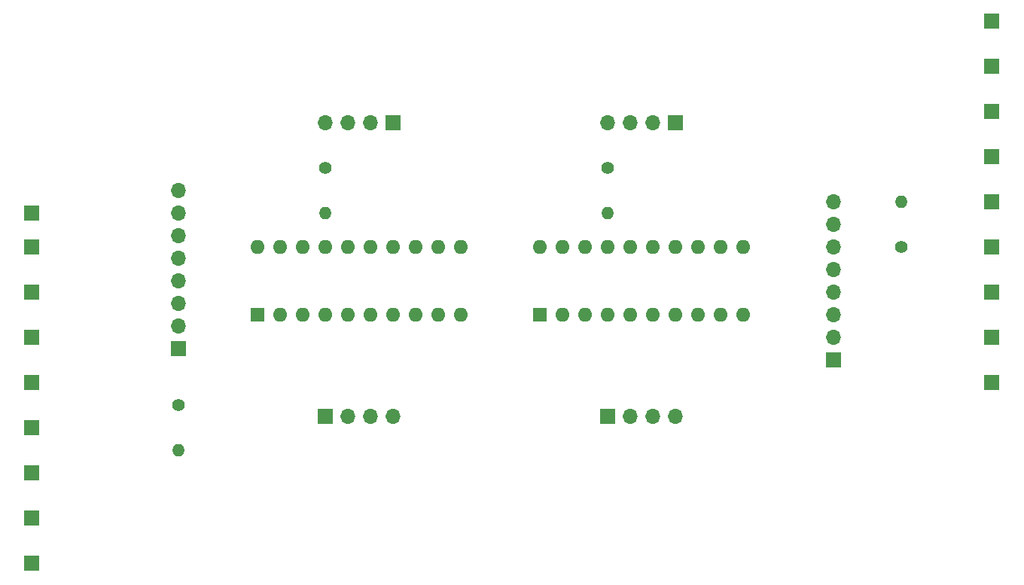
<source format=gbr>
%TF.GenerationSoftware,KiCad,Pcbnew,(5.1.10)-1*%
%TF.CreationDate,2021-11-06T15:24:40-06:00*%
%TF.ProjectId,12v_7-SegmentTriColor_LED_Breakout,3132765f-372d-4536-9567-6d656e745472,rev?*%
%TF.SameCoordinates,Original*%
%TF.FileFunction,Soldermask,Top*%
%TF.FilePolarity,Negative*%
%FSLAX46Y46*%
G04 Gerber Fmt 4.6, Leading zero omitted, Abs format (unit mm)*
G04 Created by KiCad (PCBNEW (5.1.10)-1) date 2021-11-06 15:24:40*
%MOMM*%
%LPD*%
G01*
G04 APERTURE LIST*
%ADD10O,1.700000X1.700000*%
%ADD11R,1.700000X1.700000*%
%ADD12O,1.400000X1.400000*%
%ADD13C,1.400000*%
%ADD14O,1.600000X1.600000*%
%ADD15R,1.600000X1.600000*%
G04 APERTURE END LIST*
D10*
%TO.C,In0*%
X96520000Y-76200000D03*
X96520000Y-78740000D03*
X96520000Y-81280000D03*
X96520000Y-83820000D03*
X96520000Y-86360000D03*
X96520000Y-88900000D03*
X96520000Y-91440000D03*
D11*
X96520000Y-93980000D03*
%TD*%
D12*
%TO.C,RedRes0*%
X96520000Y-105410000D03*
D13*
X96520000Y-100330000D03*
%TD*%
D11*
%TO.C,Red0*%
X80010000Y-78740000D03*
%TD*%
D12*
%TO.C,Res1*%
X177800000Y-77470000D03*
D13*
X177800000Y-82550000D03*
%TD*%
D14*
%TO.C,ShiftRegister0*%
X105410000Y-82550000D03*
X128270000Y-90170000D03*
X107950000Y-82550000D03*
X125730000Y-90170000D03*
X110490000Y-82550000D03*
X123190000Y-90170000D03*
X113030000Y-82550000D03*
X120650000Y-90170000D03*
X115570000Y-82550000D03*
X118110000Y-90170000D03*
X118110000Y-82550000D03*
X115570000Y-90170000D03*
X120650000Y-82550000D03*
X113030000Y-90170000D03*
X123190000Y-82550000D03*
X110490000Y-90170000D03*
X125730000Y-82550000D03*
X107950000Y-90170000D03*
X128270000Y-82550000D03*
D15*
X105410000Y-90170000D03*
%TD*%
D10*
%TO.C,SR_Pins3*%
X144780000Y-68580000D03*
X147320000Y-68580000D03*
X149860000Y-68580000D03*
D11*
X152400000Y-68580000D03*
%TD*%
D10*
%TO.C,SR_Pins2*%
X152400000Y-101600000D03*
X149860000Y-101600000D03*
X147320000Y-101600000D03*
D11*
X144780000Y-101600000D03*
%TD*%
D10*
%TO.C,SR_Pins1*%
X113030000Y-68580000D03*
X115570000Y-68580000D03*
X118110000Y-68580000D03*
D11*
X120650000Y-68580000D03*
%TD*%
D10*
%TO.C,SR_Pins0*%
X120650000Y-101600000D03*
X118110000Y-101600000D03*
X115570000Y-101600000D03*
D11*
X113030000Y-101600000D03*
%TD*%
D14*
%TO.C,ShiftRegister1*%
X137160000Y-82550000D03*
X160020000Y-90170000D03*
X139700000Y-82550000D03*
X157480000Y-90170000D03*
X142240000Y-82550000D03*
X154940000Y-90170000D03*
X144780000Y-82550000D03*
X152400000Y-90170000D03*
X147320000Y-82550000D03*
X149860000Y-90170000D03*
X149860000Y-82550000D03*
X147320000Y-90170000D03*
X152400000Y-82550000D03*
X144780000Y-90170000D03*
X154940000Y-82550000D03*
X142240000Y-90170000D03*
X157480000Y-82550000D03*
X139700000Y-90170000D03*
X160020000Y-82550000D03*
D15*
X137160000Y-90170000D03*
%TD*%
D10*
%TO.C,Out0*%
X170180000Y-77470000D03*
X170180000Y-80010000D03*
X170180000Y-82550000D03*
X170180000Y-85090000D03*
X170180000Y-87630000D03*
X170180000Y-90170000D03*
X170180000Y-92710000D03*
D11*
X170180000Y-95250000D03*
%TD*%
%TO.C,Red7*%
X187960000Y-92710000D03*
%TD*%
%TO.C,Red6*%
X187960000Y-82550000D03*
%TD*%
%TO.C,Red5*%
X187960000Y-67310000D03*
%TD*%
%TO.C,Red4*%
X187960000Y-57150000D03*
%TD*%
%TO.C,Red3*%
X80010000Y-113030000D03*
%TD*%
%TO.C,Red2*%
X80010000Y-102870000D03*
%TD*%
%TO.C,Red1*%
X80010000Y-92710000D03*
%TD*%
%TO.C,Green7*%
X187960000Y-97790000D03*
%TD*%
%TO.C,Green6*%
X187960000Y-87630000D03*
%TD*%
%TO.C,Green5*%
X187960000Y-72390000D03*
%TD*%
%TO.C,Green4*%
X187960000Y-62230000D03*
%TD*%
%TO.C,Green3*%
X80010000Y-118110000D03*
%TD*%
%TO.C,Green2*%
X80010000Y-97790000D03*
%TD*%
%TO.C,Green1*%
X80010000Y-87630000D03*
%TD*%
%TO.C,Green0*%
X80010000Y-82550000D03*
%TD*%
%TO.C,12v_R0*%
X80010000Y-107950000D03*
%TD*%
%TO.C,12v_G0*%
X187960000Y-77470000D03*
%TD*%
D12*
%TO.C,DotRes1*%
X144780000Y-78740000D03*
D13*
X144780000Y-73660000D03*
%TD*%
D12*
%TO.C,DotRes0*%
X113030000Y-78740000D03*
D13*
X113030000Y-73660000D03*
%TD*%
M02*

</source>
